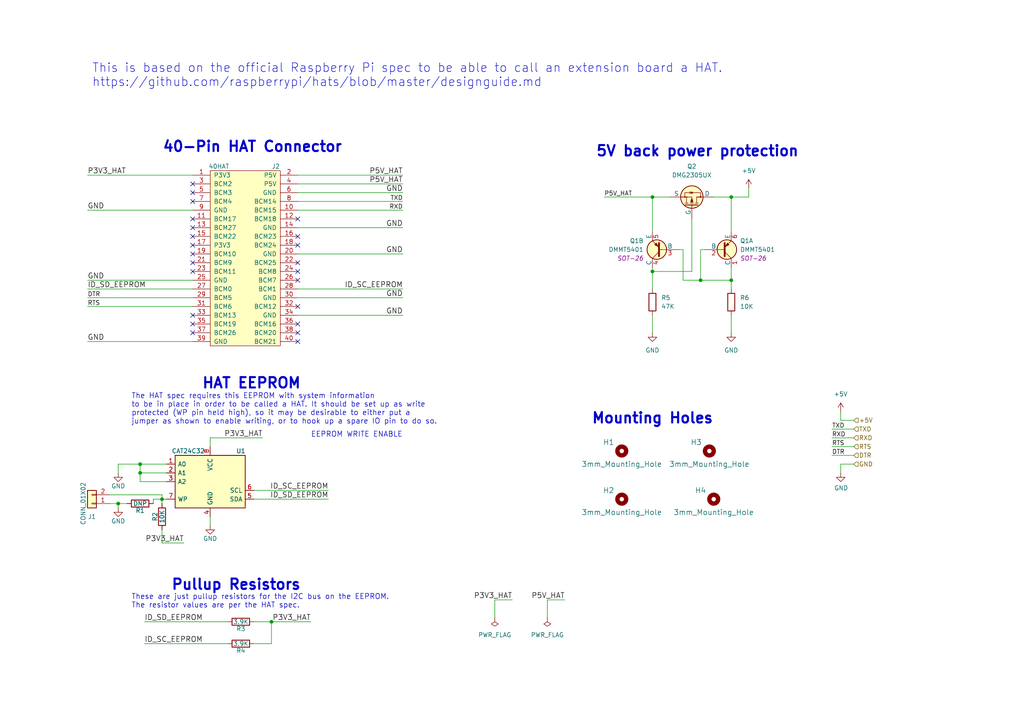
<source format=kicad_sch>
(kicad_sch (version 20211123) (generator eeschema)
  (paper "A4")
  (lib_symbols
    (symbol "Connector_Generic:Conn_01x02" (pin_names (offset 1.016) hide)
      (property "Reference" "J" (at 0 2.54 0))
      (property "Value" "Conn_01x02" (at 0 -5.08 0))
      (symbol "Conn_01x02_1_1"
        (rectangle (start -1.27 -2.413) (end 0 -2.667) (stroke (width 0.1524)))
        (rectangle (start -1.27 0.127) (end 0 -0.127) (stroke (width 0.1524)))
        (rectangle (start -1.27 1.27) (end 1.27 -3.81) (stroke (width 0.254)) (fill (type background)))
        (pin passive line (at -5.08 0 0) (length 3.81) (name "Pin_1") (number "1"))
        (pin passive line (at -5.08 -2.54 0) (length 3.81) (name "Pin_2") (number "2"))
      )
    )
    (symbol "Device:R" (pin_numbers hide) (pin_names (offset 0))
      (property "Reference" "R" (at 2.032 0 90))
      (property "Value" "R" (at 0 0 90))
      (symbol "R_0_1"
        (rectangle (start -1.016 -2.54) (end 1.016 2.54) (stroke (width 0.254)))
      )
      (symbol "R_1_1"
        (pin passive line (at 0 3.81 270) (length 1.27) (name "~") (number "1"))
        (pin passive line (at 0 -3.81 90) (length 1.27) (name "~") (number "2"))
      )
    )
    (symbol "Mechanical:MountingHole" (pin_names (offset 1.016))
      (property "Reference" "H" (at 0 5.08 0))
      (property "Value" "MountingHole" (at 0 3.175 0))
      (symbol "MountingHole_0_1"
        (circle (center 0 0) (radius 1.27) (stroke (width 1.27)))
      )
    )
    (symbol "power:+5V" (power) (pin_names (offset 0))
      (property "Value" "+5V" (at 0 3.556 0))
      (symbol "+5V_0_1"
        (polyline (pts (xy -0.762 1.27) (xy 0 2.54)))
        (polyline (pts (xy 0 0) (xy 0 2.54)))
        (polyline (pts (xy 0 2.54) (xy 0.762 1.27)))
      )
      (symbol "+5V_1_1"
        (pin power_in line (at 0 0 90) (length 0) hide (name "+5V") (number "1"))
      )
    )
    (symbol "power:GND" (power) (pin_names (offset 0))
      (property "Value" "GND" (at 0 -3.81 0))
      (symbol "GND_0_1"
        (polyline (pts (xy 0 0) (xy 0 -1.27) (xy 1.27 -1.27) (xy 0 -2.54) (xy -1.27 -1.27) (xy 0 -1.27)))
      )
      (symbol "GND_1_1"
        (pin power_in line (at 0 0 270) (length 0) hide (name "GND") (number "1"))
      )
    )
    (symbol "power:PWR_FLAG" (power) (pin_numbers hide) (pin_names (offset 0) hide)
      (property "Value" "PWR_FLAG" (at 0 3.81 0))
      (symbol "PWR_FLAG_0_0"
        (pin power_out line (at 0 0 90) (length 0) (name "pwr") (number "1"))
      )
      (symbol "PWR_FLAG_0_1"
        (polyline (pts (xy 0 0) (xy 0 1.27) (xy -1.016 1.905) (xy 0 2.54) (xy 1.016 1.905) (xy 0 1.27)))
      )
    )
    (symbol "raspberrypi_hat:CAT24C32" (pin_names (offset 0.762))
      (property "Reference" "U" (at -8.89 8.89 0))
      (property "Value" "CAT24C32" (at 6.35 8.89 0))
      (symbol "CAT24C32_0_0"
        (pin power_in line (at 0 -10.16 90) (length 2.54) (name "GND") (number "4"))
        (pin power_in line (at 0 10.16 270) (length 2.54) (name "VCC") (number "8"))
      )
      (symbol "CAT24C32_1_1"
        (rectangle (start -10.16 -7.62) (end 10.16 7.62) (stroke (width 0.254)) (fill (type background)))
        (pin input line (at -12.7 5.08 0) (length 2.54) (name "A0") (number "1"))
        (pin input line (at -12.7 2.54 0) (length 2.54) (name "A1") (number "2"))
        (pin input line (at -12.7 0 0) (length 2.54) (name "A2") (number "3"))
        (pin bidirectional line (at 12.7 -5.08 180) (length 2.54) (name "SDA") (number "5"))
        (pin input line (at 12.7 -2.54 180) (length 2.54) (name "SCL") (number "6"))
        (pin input line (at -12.7 -5.08 0) (length 2.54) (name "WP") (number "7"))
      )
    )
    (symbol "raspberrypi_hat:DMG2305UX" (pin_numbers hide) (pin_names (offset 0))
      (property "Reference" "Q" (at -2.54 3.81 0))
      (property "Value" "DMG2305UX" (at 12.7 3.81 0))
      (symbol "DMG2305UX_0_1"
        (polyline (pts (xy -2.54 0) (xy -2.286 0)) (stroke (width 0.254)))
        (polyline (pts (xy -1.778 -1.524) (xy 0 -1.524)))
        (polyline (pts (xy -1.778 -1.016) (xy -1.778 -2.032)))
        (polyline (pts (xy -1.778 0) (xy 0 0)))
        (polyline (pts (xy -1.778 0.508) (xy -1.778 -0.508)))
        (polyline (pts (xy -1.778 1.397) (xy 0 1.397)))
        (polyline (pts (xy -1.778 1.905) (xy -1.778 0.889)))
        (polyline (pts (xy 0 -2.032) (xy 0 -2.921)))
        (polyline (pts (xy 0 -1.778) (xy 0 0)))
        (polyline (pts (xy 0 -1.27) (xy 0 -2.032)))
        (polyline (pts (xy 0 1.524) (xy 0 2.794)))
        (polyline (pts (xy 0 2.159) (xy 0 1.397)))
        (polyline (pts (xy 0.889 -0.5334) (xy 1.6764 -0.508)))
        (polyline (pts (xy -2.286 1.778) (xy -2.286 -1.905) (xy -2.286 -1.397) (xy -2.286 -1.651)) (stroke (width 0.254)))
        (polyline (pts (xy -0.381 0) (xy -1.397 0.381) (xy -1.397 -0.381) (xy -0.381 0)) (fill (type outline)))
        (polyline (pts (xy 1.27 -0.4572) (xy 0.9906 0.1524) (xy 1.524 0.1524) (xy 1.2446 -0.4572)) (fill (type outline)))
        (polyline (pts (xy 0 2.54) (xy 1.27 2.54) (xy 1.27 0.508) (xy 1.27 -2.032) (xy 0 -2.032)))
        (circle (center 0 0) (radius 3.2512) (stroke (width 0.254)) (fill (type background)))
        (circle (center 0.0254 -2.032) (radius 0.1524) (fill (type outline)))
        (circle (center 0.0254 2.54) (radius 0.1778) (fill (type outline)))
      )
      (symbol "DMG2305UX_1_1"
        (pin input line (at -6.35 0 0) (length 3.81) (name "G") (number "1"))
        (pin passive line (at 0 -6.35 90) (length 3.81) (name "S") (number "2"))
        (pin passive line (at 0 6.35 270) (length 3.81) (name "D") (number "3"))
      )
    )
    (symbol "raspberrypi_hat:DMMT5401" (pin_names (offset 0))
      (property "Reference" "Q" (at 5.08 1.905 0))
      (property "Value" "DMMT5401" (at 5.08 0 0))
      (property "Footprint" "SOT-26" (at 5.08 -1.905 0))
      (symbol "DMMT5401_0_1"
        (polyline (pts (xy 0 0) (xy 0.635 0)))
        (polyline (pts (xy 2.54 -2.54) (xy 0.635 -0.635)))
        (polyline (pts (xy 2.54 2.54) (xy 0.635 0.635)))
        (polyline (pts (xy 0.635 1.905) (xy 0.635 -1.905) (xy 0.635 -1.905)) (stroke (width 0.508)) (fill (type outline)))
        (polyline (pts (xy 1.397 -1.905) (xy 1.905 -1.397) (xy 0.889 -0.889) (xy 1.397 -1.905) (xy 1.397 -1.905)) (fill (type outline)))
        (circle (center 1.27 0) (radius 2.8194) (stroke (width 0.254)) (fill (type background)))
      )
      (symbol "DMMT5401_1_1"
        (pin passive line (at 2.54 5.08 270) (length 2.54) (name "C") (number "1"))
        (pin input line (at -5.08 0 0) (length 5.08) (name "B") (number "2"))
        (pin passive line (at 2.54 -5.08 90) (length 2.54) (name "E") (number "6"))
      )
      (symbol "DMMT5401_2_1"
        (pin input line (at -5.08 0 0) (length 5.08) (name "B") (number "3"))
        (pin passive line (at 2.54 5.08 270) (length 2.54) (name "C") (number "4"))
        (pin passive line (at 2.54 -5.08 90) (length 2.54) (name "E") (number "5"))
      )
    )
    (symbol "raspberrypi_hat:OX40HAT" (pin_names (offset 1.016))
      (property "Reference" "J" (at 8.89 2.54 0))
      (property "Value" "OX40HAT" (at -7.62 2.54 0))
      (symbol "OX40HAT_0_1"
        (rectangle (start -10.16 1.27) (end 10.16 -49.53) (fill (type background)))
      )
      (symbol "OX40HAT_1_1"
        (pin power_in line (at -15.24 0 0) (length 5.08) (name "P3V3") (number "1"))
        (pin bidirectional line (at 15.24 -10.16 180) (length 5.08) (name "BCM15") (number "10"))
        (pin bidirectional line (at -15.24 -12.7 0) (length 5.08) (name "BCM17") (number "11"))
        (pin bidirectional line (at 15.24 -12.7 180) (length 5.08) (name "BCM18") (number "12"))
        (pin bidirectional line (at -15.24 -15.24 0) (length 5.08) (name "BCM27") (number "13"))
        (pin power_in line (at 15.24 -15.24 180) (length 5.08) (name "GND") (number "14"))
        (pin bidirectional line (at -15.24 -17.78 0) (length 5.08) (name "BCM22") (number "15"))
        (pin bidirectional line (at 15.24 -17.78 180) (length 5.08) (name "BCM23") (number "16"))
        (pin power_in line (at -15.24 -20.32 0) (length 5.08) (name "P3V3") (number "17"))
        (pin bidirectional line (at 15.24 -20.32 180) (length 5.08) (name "BCM24") (number "18"))
        (pin bidirectional line (at -15.24 -22.86 0) (length 5.08) (name "BCM10") (number "19"))
        (pin power_in line (at 15.24 0 180) (length 5.08) (name "P5V") (number "2"))
        (pin power_in line (at 15.24 -22.86 180) (length 5.08) (name "GND") (number "20"))
        (pin bidirectional line (at -15.24 -25.4 0) (length 5.08) (name "BCM9") (number "21"))
        (pin bidirectional line (at 15.24 -25.4 180) (length 5.08) (name "BCM25") (number "22"))
        (pin bidirectional line (at -15.24 -27.94 0) (length 5.08) (name "BCM11") (number "23"))
        (pin bidirectional line (at 15.24 -27.94 180) (length 5.08) (name "BCM8") (number "24"))
        (pin power_in line (at -15.24 -30.48 0) (length 5.08) (name "GND") (number "25"))
        (pin bidirectional line (at 15.24 -30.48 180) (length 5.08) (name "BCM7") (number "26"))
        (pin bidirectional line (at -15.24 -33.02 0) (length 5.08) (name "BCM0") (number "27"))
        (pin bidirectional line (at 15.24 -33.02 180) (length 5.08) (name "BCM1") (number "28"))
        (pin bidirectional line (at -15.24 -35.56 0) (length 5.08) (name "BCM5") (number "29"))
        (pin bidirectional line (at -15.24 -2.54 0) (length 5.08) (name "BCM2") (number "3"))
        (pin power_in line (at 15.24 -35.56 180) (length 5.08) (name "GND") (number "30"))
        (pin bidirectional line (at -15.24 -38.1 0) (length 5.08) (name "BCM6") (number "31"))
        (pin bidirectional line (at 15.24 -38.1 180) (length 5.08) (name "BCM12") (number "32"))
        (pin bidirectional line (at -15.24 -40.64 0) (length 5.08) (name "BCM13") (number "33"))
        (pin power_in line (at 15.24 -40.64 180) (length 5.08) (name "GND") (number "34"))
        (pin bidirectional line (at -15.24 -43.18 0) (length 5.08) (name "BCM19") (number "35"))
        (pin bidirectional line (at 15.24 -43.18 180) (length 5.08) (name "BCM16") (number "36"))
        (pin bidirectional line (at -15.24 -45.72 0) (length 5.08) (name "BCM26") (number "37"))
        (pin bidirectional line (at 15.24 -45.72 180) (length 5.08) (name "BCM20") (number "38"))
        (pin power_in line (at -15.24 -48.26 0) (length 5.08) (name "GND") (number "39"))
        (pin power_in line (at 15.24 -2.54 180) (length 5.08) (name "P5V") (number "4"))
        (pin bidirectional line (at 15.24 -48.26 180) (length 5.08) (name "BCM21") (number "40"))
        (pin bidirectional line (at -15.24 -5.08 0) (length 5.08) (name "BCM3") (number "5"))
        (pin power_in line (at 15.24 -5.08 180) (length 5.08) (name "GND") (number "6"))
        (pin bidirectional line (at -15.24 -7.62 0) (length 5.08) (name "BCM4") (number "7"))
        (pin bidirectional line (at 15.24 -7.62 180) (length 5.08) (name "BCM14") (number "8"))
        (pin power_in line (at -15.24 -10.16 0) (length 5.08) (name "GND") (number "9"))
      )
    )
  )
  (junction (at 212.09 81.28))
  (junction (at 212.09 57.15))
  (junction (at 46.99 144.78))
  (junction (at 189.23 78.74))
  (junction (at 189.23 57.15))
  (junction (at 203.2 81.28))
  (junction (at 34.29 146.05))
  (junction (at 40.64 134.62))
  (junction (at 40.64 137.16))
  (junction (at 78.74 180.34))
  (no_connect (at 55.88 71.12))
  (no_connect (at 55.88 68.58))
  (no_connect (at 55.88 66.04))
  (no_connect (at 55.88 63.5))
  (no_connect (at 55.88 58.42))
  (no_connect (at 86.36 76.2))
  (no_connect (at 86.36 78.74))
  (no_connect (at 86.36 81.28))
  (no_connect (at 86.36 88.9))
  (no_connect (at 86.36 93.98))
  (no_connect (at 86.36 71.12))
  (no_connect (at 86.36 63.5))
  (no_connect (at 86.36 68.58))
  (no_connect (at 55.88 55.88))
  (no_connect (at 55.88 53.34))
  (no_connect (at 55.88 93.98))
  (no_connect (at 55.88 73.66))
  (no_connect (at 55.88 78.74))
  (no_connect (at 55.88 76.2))
  (no_connect (at 55.88 91.44))
  (no_connect (at 55.88 96.52))
  (no_connect (at 86.36 96.52))
  (no_connect (at 86.36 99.06))
  (wire (pts (xy 86.36 50.8) (xy 116.84 50.8)))
  (wire (pts (xy 207.01 57.15) (xy 212.09 57.15)))
  (wire (pts (xy 44.45 144.78) (xy 46.99 144.78)))
  (wire (pts (xy 86.36 55.88) (xy 116.84 55.88)))
  (wire (pts (xy 86.36 60.96) (xy 116.84 60.96)))
  (wire (pts (xy 241.3 132.08) (xy 247.65 132.08)))
  (wire (pts (xy 41.91 186.69) (xy 66.04 186.69)))
  (wire (pts (xy 25.4 86.36) (xy 55.88 86.36)))
  (wire (pts (xy 60.96 127) (xy 60.96 129.54)))
  (wire (pts (xy 243.84 134.62) (xy 243.84 137.16)))
  (wire (pts (xy 86.36 73.66) (xy 116.84 73.66)))
  (wire (pts (xy 86.36 86.36) (xy 116.84 86.36)))
  (wire (pts (xy 204.47 72.39) (xy 203.2 72.39)))
  (wire (pts (xy 143.51 173.99) (xy 148.59 173.99)))
  (wire (pts (xy 34.29 146.05) (xy 36.83 146.05)))
  (wire (pts (xy 34.29 134.62) (xy 40.64 134.62)))
  (wire (pts (xy 212.09 57.15) (xy 217.17 57.15)))
  (wire (pts (xy 212.09 77.47) (xy 212.09 81.28)))
  (wire (pts (xy 46.99 157.48) (xy 46.99 153.67)))
  (wire (pts (xy 189.23 91.44) (xy 189.23 96.52)))
  (wire (pts (xy 189.23 78.74) (xy 189.23 83.82)))
  (wire (pts (xy 241.3 127) (xy 247.65 127)))
  (wire (pts (xy 34.29 134.62) (xy 34.29 137.16)))
  (wire (pts (xy 60.96 149.86) (xy 60.96 152.4)))
  (wire (pts (xy 243.84 121.92) (xy 243.84 119.38)))
  (wire (pts (xy 247.65 121.92) (xy 243.84 121.92)))
  (wire (pts (xy 73.66 142.24) (xy 95.25 142.24)))
  (wire (pts (xy 25.4 88.9) (xy 55.88 88.9)))
  (wire (pts (xy 203.2 72.39) (xy 203.2 81.28)))
  (wire (pts (xy 198.12 72.39) (xy 198.12 81.28)))
  (wire (pts (xy 46.99 144.78) (xy 46.99 146.05)))
  (wire (pts (xy 53.34 157.48) (xy 46.99 157.48)))
  (wire (pts (xy 44.45 144.78) (xy 44.45 146.05)))
  (wire (pts (xy 46.99 143.51) (xy 46.99 144.78)))
  (wire (pts (xy 78.74 186.69) (xy 73.66 186.69)))
  (wire (pts (xy 212.09 91.44) (xy 212.09 96.52)))
  (wire (pts (xy 40.64 139.7) (xy 48.26 139.7)))
  (wire (pts (xy 143.51 179.07) (xy 143.51 173.99)))
  (wire (pts (xy 41.91 180.34) (xy 66.04 180.34)))
  (wire (pts (xy 158.75 179.07) (xy 158.75 173.99)))
  (wire (pts (xy 198.12 81.28) (xy 203.2 81.28)))
  (wire (pts (xy 196.85 72.39) (xy 198.12 72.39)))
  (wire (pts (xy 247.65 134.62) (xy 243.84 134.62)))
  (wire (pts (xy 40.64 134.62) (xy 48.26 134.62)))
  (wire (pts (xy 86.36 83.82) (xy 116.84 83.82)))
  (wire (pts (xy 86.36 66.04) (xy 116.84 66.04)))
  (wire (pts (xy 55.88 60.96) (xy 25.4 60.96)))
  (wire (pts (xy 95.25 144.78) (xy 73.66 144.78)))
  (wire (pts (xy 60.96 127) (xy 76.2 127)))
  (wire (pts (xy 73.66 180.34) (xy 78.74 180.34)))
  (wire (pts (xy 55.88 99.06) (xy 25.4 99.06)))
  (wire (pts (xy 200.66 78.74) (xy 189.23 78.74)))
  (wire (pts (xy 40.64 134.62) (xy 40.64 137.16)))
  (wire (pts (xy 55.88 83.82) (xy 25.4 83.82)))
  (wire (pts (xy 46.99 144.78) (xy 48.26 144.78)))
  (wire (pts (xy 189.23 57.15) (xy 189.23 67.31)))
  (wire (pts (xy 86.36 91.44) (xy 116.84 91.44)))
  (wire (pts (xy 86.36 58.42) (xy 116.84 58.42)))
  (wire (pts (xy 78.74 186.69) (xy 78.74 180.34)))
  (wire (pts (xy 86.36 53.34) (xy 116.84 53.34)))
  (wire (pts (xy 241.3 124.46) (xy 247.65 124.46)))
  (wire (pts (xy 55.88 81.28) (xy 25.4 81.28)))
  (wire (pts (xy 241.3 129.54) (xy 247.65 129.54)))
  (wire (pts (xy 189.23 77.47) (xy 189.23 78.74)))
  (wire (pts (xy 189.23 57.15) (xy 175.26 57.15)))
  (wire (pts (xy 78.74 180.34) (xy 90.17 180.34)))
  (wire (pts (xy 40.64 137.16) (xy 40.64 139.7)))
  (wire (pts (xy 55.88 50.8) (xy 25.4 50.8)))
  (wire (pts (xy 212.09 57.15) (xy 212.09 67.31)))
  (wire (pts (xy 31.75 143.51) (xy 46.99 143.51)))
  (wire (pts (xy 200.66 63.5) (xy 200.66 78.74)))
  (wire (pts (xy 158.75 173.99) (xy 163.83 173.99)))
  (wire (pts (xy 212.09 81.28) (xy 212.09 83.82)))
  (wire (pts (xy 203.2 81.28) (xy 212.09 81.28)))
  (wire (pts (xy 217.17 57.15) (xy 217.17 54.61)))
  (wire (pts (xy 31.75 146.05) (xy 34.29 146.05)))
  (wire (pts (xy 194.31 57.15) (xy 189.23 57.15)))
  (wire (pts (xy 34.29 147.32) (xy 34.29 146.05)))
  (wire (pts (xy 48.26 137.16) (xy 40.64 137.16)))
  (text "40-Pin HAT Connector" (at 46.99 44.45 0) (effects (font (size 2.9972 2.9972) (thickness 0.5994) bold) (justify left bottom)))
  (text "The HAT spec requires this EEPROM with system information\nto be in place in order to be called a HAT. It should be set up as write\nprotected (WP pin held high), so it may be desirable to either put a \njumper as shown to enable writing, or to hook up a spare IO pin to do so." (at 38.1 123.19 0) (effects (font (size 1.524 1.524)) (justify left bottom)))
  (text "These are just pullup resistors for the I2C bus on the EEPROM.\nThe resistor values are per the HAT spec." (at 38.1 176.53 0) (effects (font (size 1.524 1.524)) (justify left bottom)))
  (text "HAT EEPROM" (at 58.42 113.03 0) (effects (font (size 2.9972 2.9972) (thickness 0.5994) bold) (justify left bottom)))
  (text "This is based on the official Raspberry Pi spec to be able to call an extension board a HAT.\nhttps://github.com/raspberrypi/hats/blob/master/designguide.md" (at 26.67 25.4 0) (effects (font (size 2.54 2.54)) (justify left bottom)))
  (text "Mounting Holes" (at 171.45 123.19 0) (effects (font (size 2.9972 2.9972) (thickness 0.5994) bold) (justify left bottom)))
  (text "Pullup Resistors" (at 49.53 171.45 0) (effects (font (size 2.9972 2.9972) (thickness 0.5994) bold) (justify left bottom)))
  (text "EEPROM WRITE ENABLE" (at 90.17 127 0) (effects (font (size 1.524 1.524)) (justify left bottom)))
  (text "5V back power protection" (at 172.72 45.72 0) (effects (font (size 2.9972 2.9972) (thickness 0.5994) bold) (justify left bottom)))
  (label "GND" (at 116.84 86.36 180) (effects (font (size 1.524 1.524))))
  (label "P5V_HAT" (at 163.83 173.99 180) (effects (font (size 1.524 1.524))))
  (label "ID_SD_EEPROM" (at 95.25 144.78 180) (effects (font (size 1.524 1.524))))
  (label "GND" (at 116.84 73.66 180) (effects (font (size 1.524 1.524))))
  (label "ID_SC_EEPROM" (at 116.84 83.82 180) (effects (font (size 1.524 1.524))))
  (label "P3V3_HAT" (at 76.2 127 180) (effects (font (size 1.524 1.524))))
  (label "P5V_HAT" (at 116.84 53.34 180) (effects (font (size 1.524 1.524))))
  (label "GND" (at 25.4 60.96 0) (effects (font (size 1.524 1.524))))
  (label "ID_SC_EEPROM" (at 95.25 142.24 180) (effects (font (size 1.524 1.524))))
  (label "DTR" (at 25.4 86.36 0))
  (label "GND" (at 25.4 81.28 0) (effects (font (size 1.524 1.524))))
  (label "P3V3_HAT" (at 53.34 157.48 180) (effects (font (size 1.524 1.524))))
  (label "RTS" (at 25.4 88.9 0))
  (label "TXD" (at 116.84 58.42 180))
  (label "RXD" (at 116.84 60.96 180))
  (label "P3V3_HAT" (at 148.59 173.99 180) (effects (font (size 1.524 1.524))))
  (label "GND" (at 116.84 91.44 180) (effects (font (size 1.524 1.524))))
  (label "RXD" (at 241.3 127 0))
  (label "RTS" (at 241.3 129.54 0))
  (label "GND" (at 116.84 55.88 180) (effects (font (size 1.524 1.524))))
  (label "P5V_HAT" (at 116.84 50.8 180) (effects (font (size 1.524 1.524))))
  (label "ID_SD_EEPROM" (at 41.91 180.34 0) (effects (font (size 1.524 1.524))))
  (label "P3V3_HAT" (at 90.17 180.34 180) (effects (font (size 1.524 1.524))))
  (label "GND" (at 25.4 99.06 0) (effects (font (size 1.524 1.524))))
  (label "P3V3_HAT" (at 25.4 50.8 0) (effects (font (size 1.524 1.524))))
  (label "P5V_HAT" (at 175.26 57.15 0))
  (label "DTR" (at 241.3 132.08 0))
  (label "GND" (at 116.84 66.04 180) (effects (font (size 1.524 1.524))))
  (label "ID_SD_EEPROM" (at 25.4 83.82 0) (effects (font (size 1.524 1.524))))
  (label "TXD" (at 241.3 124.46 0))
  (label "ID_SC_EEPROM" (at 41.91 186.69 0) (effects (font (size 1.524 1.524))))
  (hierarchical_label "GND" (shape input) (at 247.65 134.62 0))
  (hierarchical_label "+5V" (shape input) (at 247.65 121.92 0))
  (hierarchical_label "RXD" (shape input) (at 247.65 127 0))
  (hierarchical_label "TXD" (shape input) (at 247.65 124.46 0))
  (hierarchical_label "DTR" (shape input) (at 247.65 132.08 0))
  (hierarchical_label "RTS" (shape input) (at 247.65 129.54 0))
  (symbol (lib_id "power:GND") (at 60.96 152.4 0) (unit 1)
    (property "Reference" "#PWR013" (effects hide))
    (property "Value" "GND" (at 60.96 156.21 0))
  )
  (symbol (lib_id "power:PWR_FLAG") (at 158.75 179.07 180) (unit 1)
    (property "Reference" "#FLG0102" (effects hide))
    (property "Value" "PWR_FLAG" (at 158.75 184.15 0))
  )
  (symbol (lib_id "power:+5V") (at 217.17 54.61 0) (mirror y) (unit 1)
    (property "Reference" "#PWR016" (effects hide))
    (property "Value" "+5V" (at 217.17 49.53 0))
  )
  (symbol (lib_id "Device:R") (at 212.09 87.63 0) (mirror y) (unit 1)
    (property "Reference" "R6" (at 214.63 86.3599 0) (effects (justify right)))
    (property "Value" "10K" (at 214.63 88.8999 0) (effects (justify right)))
  )
  (symbol (lib_id "power:GND") (at 243.84 137.16 0) (unit 1)
    (property "Reference" "#PWR018" (effects hide))
    (property "Value" "GND" (at 243.967 141.5542 0))
  )
  (symbol (lib_id "Mechanical:MountingHole") (at 180.34 144.78 0) (unit 1)
    (property "Reference" "H2" (at 176.53 142.24 0) (effects (font (size 1.524 1.524))))
    (property "Value" "3mm_Mounting_Hole" (at 180.34 148.59 0) (effects (font (size 1.524 1.524))))
    (property "Footprint" "project_footprints:NPTH_3mm_ID" (effects hide))
  )
  (symbol (lib_id "Mechanical:MountingHole") (at 207.01 144.78 0) (unit 1)
    (property "Reference" "H4" (at 203.2 142.24 0) (effects (font (size 1.524 1.524))))
    (property "Value" "3mm_Mounting_Hole" (at 207.01 148.59 0) (effects (font (size 1.524 1.524))))
    (property "Footprint" "project_footprints:NPTH_3mm_ID" (effects hide))
  )
  (symbol (lib_id "raspberrypi_hat:DMG2305UX") (at 200.66 57.15 270) (mirror x) (unit 1)
    (property "Reference" "Q2" (at 200.66 48.26 90))
    (property "Value" "DMG2305UX" (at 200.66 50.8 90))
  )
  (symbol (lib_id "Device:R") (at 46.99 149.86 180) (unit 1)
    (property "Reference" "R2" (at 44.958 149.86 90))
    (property "Value" "10K" (at 46.99 149.86 90))
    (property "Footprint" "Resistor_SMD:R_0603_1608Metric_Pad0.84x1.00mm_HandSolder" (effects hide))
  )
  (symbol (lib_id "power:GND") (at 212.09 96.52 0) (mirror y) (unit 1)
    (property "Reference" "#PWR015" (effects hide))
    (property "Value" "GND" (at 212.09 101.6 0))
  )
  (symbol (lib_id "Device:R") (at 40.64 146.05 270) (unit 1)
    (property "Reference" "R1" (at 40.64 148.082 90))
    (property "Value" "DNP" (at 40.64 146.05 90))
    (property "Footprint" "Resistor_SMD:R_0603_1608Metric_Pad0.84x1.00mm_HandSolder" (effects hide))
  )
  (symbol (lib_id "raspberrypi_hat:OX40HAT") (at 71.12 50.8 0) (unit 1)
    (property "Reference" "J2" (at 80.01 48.26 0))
    (property "Value" "40HAT" (at 63.5 48.26 0))
    (property "Footprint" "Connector_PinSocket_2.54mm:PinSocket_2x20_P2.54mm_Vertical" (effects hide))
  )
  (symbol (lib_id "Mechanical:MountingHole") (at 180.34 130.81 0) (unit 1)
    (property "Reference" "H1" (at 176.53 128.27 0) (effects (font (size 1.524 1.524))))
    (property "Value" "3mm_Mounting_Hole" (at 180.34 134.62 0) (effects (font (size 1.524 1.524))))
    (property "Footprint" "project_footprints:NPTH_3mm_ID" (effects hide))
  )
  (symbol (lib_id "raspberrypi_hat:DMMT5401") (at 209.55 72.39 0) (mirror x) (unit 1)
    (property "Reference" "Q1" (at 214.63 69.8499 0) (effects (justify left)))
    (property "Value" "DMMT5401" (at 214.63 72.3899 0) (effects (justify left)))
    (property "Footprint" "SOT-26" (at 214.63 74.9299 0) (effects (font italic) (justify left)))
  )
  (symbol (lib_id "power:GND") (at 189.23 96.52 0) (mirror y) (unit 1)
    (property "Reference" "#PWR014" (effects hide))
    (property "Value" "GND" (at 189.23 101.6 0))
  )
  (symbol (lib_id "Device:R") (at 189.23 87.63 0) (mirror y) (unit 1)
    (property "Reference" "R5" (at 191.77 86.3599 0) (effects (justify right)))
    (property "Value" "47K" (at 191.77 88.8999 0) (effects (justify right)))
  )
  (symbol (lib_id "raspberrypi_hat:CAT24C32") (at 60.96 139.7 0) (unit 1)
    (property "Reference" "U1" (at 69.85 130.81 0))
    (property "Value" "CAT24C32" (at 54.61 130.81 0))
    (property "Footprint" "Package_SOIC:SOIC-8_3.9x4.9mm_P1.27mm" (effects hide))
  )
  (symbol (lib_id "raspberrypi_hat:DMMT5401") (at 191.77 72.39 180) (unit 2)
    (property "Reference" "Q1" (at 186.69 69.8499 0) (effects (justify left)))
    (property "Value" "DMMT5401" (at 186.69 72.3899 0) (effects (justify left)))
    (property "Footprint" "SOT-26" (at 186.69 74.9299 0) (effects (font italic) (justify left)))
  )
  (symbol (lib_id "power:+5V") (at 243.84 119.38 0) (unit 1)
    (property "Reference" "#PWR017" (effects hide))
    (property "Value" "+5V" (at 243.84 114.3 0))
  )
  (symbol (lib_id "Device:R") (at 69.85 180.34 270) (unit 1)
    (property "Reference" "R3" (at 69.85 182.372 90))
    (property "Value" "3.9K" (at 69.85 180.34 90))
    (property "Footprint" "Resistor_SMD:R_0603_1608Metric_Pad0.84x1.00mm_HandSolder" (effects hide))
  )
  (symbol (lib_id "power:GND") (at 34.29 137.16 0) (unit 1)
    (property "Reference" "#PWR011" (effects hide))
    (property "Value" "GND" (at 34.29 140.97 0))
  )
  (symbol (lib_id "Mechanical:MountingHole") (at 205.74 130.81 0) (unit 1)
    (property "Reference" "H3" (at 201.93 128.27 0) (effects (font (size 1.524 1.524))))
    (property "Value" "3mm_Mounting_Hole" (at 205.74 134.62 0) (effects (font (size 1.524 1.524))))
    (property "Footprint" "project_footprints:NPTH_3mm_ID" (effects hide))
  )
  (symbol (lib_id "power:GND") (at 34.29 147.32 0) (unit 1)
    (property "Reference" "#PWR012" (effects hide))
    (property "Value" "GND" (at 34.29 151.13 0))
  )
  (symbol (lib_id "power:PWR_FLAG") (at 143.51 179.07 180) (unit 1)
    (property "Reference" "#FLG0101" (effects hide))
    (property "Value" "PWR_FLAG" (at 143.51 184.15 0))
  )
  (symbol (lib_id "Connector_Generic:Conn_01x02") (at 26.67 146.05 180) (unit 1)
    (property "Reference" "J1" (at 26.67 149.86 0))
    (property "Value" "CONN_01X02" (at 24.13 146.05 90))
    (property "Footprint" "Connector_PinHeader_2.54mm:PinHeader_1x02_P2.54mm_Vertical" (effects hide))
  )
  (symbol (lib_id "Device:R") (at 69.85 186.69 270) (unit 1)
    (property "Reference" "R4" (at 69.85 188.722 90))
    (property "Value" "3.9K" (at 69.85 186.69 90))
    (property "Footprint" "Resistor_SMD:R_0603_1608Metric_Pad0.84x1.00mm_HandSolder" (effects hide))
  )
)
</source>
